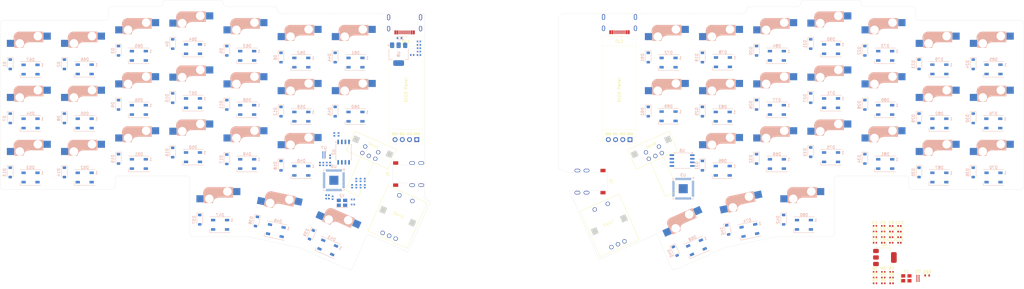
<source format=kicad_pcb>
(kicad_pcb (version 20240108) (generator "pcbnew") (generator_version "8.0")
  (title_block (title "travyboard"))
  (layers (0 "F.Cu" signal) (31 "B.Cu" signal) (34 "B.Paste" user) (35 "F.Paste" user) (36 "B.SilkS" user "B.Silkscreen") (37 "F.SilkS" user "F.Silkscreen") (38 "B.Mask" user) (39 "F.Mask" user) (44 "Edge.Cuts" user))
  (net 0 "")
  (net 1 "/Left Half/5v")
  (net 2 "Net-(D1-K)")
  (net 3 "/Left Half/COL_1")
  (net 4 "/Left Half/COL_2")
  (net 5 "Net-(D2-K)")
  (net 6 "/Left Half/COL_3")
  (net 7 "Net-(D3-K)")
  (net 8 "Net-(D4-K)")
  (net 9 "/Left Half/COL_4")
  (net 10 "Net-(D5-K)")
  (net 11 "/Left Half/COL_5")
  (net 12 "Net-(D6-K)")
  (net 13 "/Left Half/COL_6")
  (net 14 "Net-(D7-K)")
  (net 15 "Net-(D8-K)")
  (net 16 "Net-(D9-K)")
  (net 17 "Net-(D10-K)")
  (net 18 "Net-(D11-K)")
  (net 19 "Net-(D12-K)")
  (net 20 "Net-(D13-K)")
  (net 21 "Net-(D14-K)")
  (net 22 "Net-(D15-K)")
  (net 23 "Net-(D16-K)")
  (net 24 "Net-(D17-K)")
  (net 25 "Net-(D18-K)")
  (net 26 "Net-(D37-K)")
  (net 27 "Net-(D38-K)")
  (net 28 "Net-(D39-K)")
  (net 29 "/Right Half/COL_1")
  (net 30 "Net-(D19-K)")
  (net 31 "/Right Half/COL_2")
  (net 32 "Net-(D20-K)")
  (net 33 "Net-(D21-K)")
  (net 34 "/Right Half/COL_3")
  (net 35 "Net-(D22-K)")
  (net 36 "/Right Half/COL_4")
  (net 37 "Net-(D23-K)")
  (net 38 "/Right Half/COL_5")
  (net 39 "/Right Half/COL_6")
  (net 40 "Net-(D24-K)")
  (net 41 "Net-(D25-K)")
  (net 42 "Net-(D26-K)")
  (net 43 "Net-(D27-K)")
  (net 44 "Net-(D28-K)")
  (net 45 "Net-(D29-K)")
  (net 46 "Net-(D30-K)")
  (net 47 "Net-(D31-K)")
  (net 48 "Net-(D32-K)")
  (net 49 "Net-(D33-K)")
  (net 50 "Net-(D34-K)")
  (net 51 "Net-(D35-K)")
  (net 52 "Net-(D36-K)")
  (net 53 "Net-(D42-K)")
  (net 54 "Net-(D41-K)")
  (net 55 "Net-(D40-K)")
  (net 56 "/Left Half/ROW_0")
  (net 57 "/Left Half/ROW_2")
  (net 58 "/Left Half/ROW_1")
  (net 59 "/Left Half/ROW_3")
  (net 60 "+1V1")
  (net 61 "GND")
  (net 62 "+3V3")
  (net 63 "+5V")
  (net 64 "Net-(U3-XIN)")
  (net 65 "/Right Half/ROW_1")
  (net 66 "/Right Half/UART0_RX")
  (net 67 "/Right Half/ROW_0")
  (net 68 "/Right Half/ROW_2")
  (net 69 "Net-(C16-Pad2)")
  (net 70 "/Right Half/ROW_3")
  (net 71 "VBUS")
  (net 72 "Net-(J3-CC1)")
  (net 73 "Net-(J3-CC2)")
  (net 74 "/Right Half/Right Pico/USB_VBUS_PIN")
  (net 75 "Net-(U3-XOUT)")
  (net 76 "/Right Half/Right Pico/D+")
  (net 77 "/Left Half/COL_0")
  (net 78 "Net-(D44-K)")
  (net 79 "Net-(D45-K)")
  (net 80 "/Left Half/LED_GPIO")
  (net 81 "Net-(D43-DOUT)")
  (net 82 "Net-(D47-DOUT)")
  (net 83 "Net-(D48-DOUT)")
  (net 84 "Net-(D49-DOUT)")
  (net 85 "Net-(D51-DOUT)")
  (net 86 "Net-(D52-DOUT)")
  (net 87 "Net-(D53-DOUT)")
  (net 88 "Net-(D55-DOUT)")
  (net 89 "Net-(D56-DOUT)")
  (net 90 "Net-(D57-DOUT)")
  (net 91 "Net-(D59-DOUT)")
  (net 92 "Net-(D60-DOUT)")
  (net 93 "Net-(D61-DOUT)")
  (net 94 "Net-(D63-DOUT)")
  (net 95 "Net-(D46-DOUT)")
  (net 96 "Net-(D50-DOUT)")
  (net 97 "Net-(D54-DOUT)")
  (net 98 "Net-(D58-DOUT)")
  (net 99 "Net-(D62-DOUT)")
  (net 100 "Net-(D64-DOUT)")
  (net 101 "Net-(D65-DOUT)")
  (net 102 "Net-(D66-DOUT)")
  (net 104 "/Left Half/ENCODER2_SW")
  (net 105 "/Left Half/ENCODER2_DT")
  (net 106 "/Left Half/ENCODER2_CLK")
  (net 107 "/Left Half/3.3v")
  (net 108 "/Left Half/ENCODER1_SW")
  (net 109 "/Left Half/ENCODER1_DT")
  (net 110 "/Left Half/ENCODER1_CLK")
  (net 111 "/Right Half/5v")
  (net 112 "Net-(D68-DOUT)")
  (net 113 "/Right Half/GND")
  (net 114 "/Right Half/LED_GPIO")
  (net 115 "Net-(D69-DIN)")
  (net 116 "Net-(D69-DOUT)")
  (net 117 "Net-(D70-DOUT)")
  (net 118 "Net-(D70-DIN)")
  (net 119 "Net-(D71-DIN)")
  (net 120 "Net-(D71-DOUT)")
  (net 121 "Net-(D72-DIN)")
  (net 122 "Net-(D72-DOUT)")
  (net 123 "Net-(D73-DIN)")
  (net 124 "Net-(D73-DOUT)")
  (net 125 "Net-(D74-DOUT)")
  (net 126 "Net-(D75-DOUT)")
  (net 127 "Net-(D76-DOUT)")
  (net 128 "Net-(D77-DOUT)")
  (net 129 "Net-(D78-DOUT)")
  (net 130 "Net-(D79-DOUT)")
  (net 131 "Net-(D80-DOUT)")
  (net 132 "Net-(D81-DOUT)")
  (net 133 "Net-(D82-DOUT)")
  (net 134 "Net-(D83-DOUT)")
  (net 135 "Net-(D84-DOUT)")
  (net 137 "/Right Half/ENCODER2_DT")
  (net 138 "/Right Half/ENCODER2_CLK")
  (net 139 "/Right Half/ENCODER1_SW")
  (net 140 "/Right Half/ENCODER1_CLK")
  (net 141 "/Right Half/ENCODER1_DT")
  (net 142 "/Right Half/3.3v")
  (net 143 "/Right Half/ENCODER2_SW")
  (net 144 "Net-(D91-K)")
  (net 145 "Net-(D92-K)")
  (net 151 "/Right Half/COL_0")
  (net 152 "Net-(U3-USB_DP)")
  (net 153 "Net-(U3-USB_DM)")
  (net 154 "/Right Half/Right Pico/D-")
  (net 155 "/Right Half/Right Pico/QSPI_SS")
  (net 156 "Net-(R9-Pad2)")
  (net 158 "/Right Half/Right Pico/QSPI_SD2")
  (net 162 "/Right Half/Right Pico/QSPI_SD3")
  (net 169 "/Right Half/Right Pico/QSPI_SCLK")
  (net 174 "Net-(U3-RUN)")
  (net 177 "/Right Half/Right Pico/QSPI_SD0")
  (net 186 "/Right Half/Right Pico/QSPI_SD1")
  (net 195 "Net-(U9-XIN)")
  (net 196 "Net-(C21-Pad2)")
  (net 197 "Net-(R10-Pad2)")
  (net 198 "/Left Half/Left Pico/QSPI_SS")
  (net 199 "Net-(J4-CC1)")
  (net 200 "Net-(J4-CC2)")
  (net 201 "/Left Half/Left Pico/USB_VBUS_PIN")
  (net 202 "Net-(U9-XOUT)")
  (net 203 "/Left Half/Left Pico/D+")
  (net 204 "Net-(U9-USB_DP)")
  (net 205 "/Left Half/Left Pico/D-")
  (net 206 "Net-(U9-USB_DM)")
  (net 207 "/Left Half/Left Pico/QSPI_SD1")
  (net 208 "/Left Half/Left Pico/QSPI_SD3")
  (net 209 "/Left Half/Left Pico/QSPI_SD2")
  (net 210 "/Left Half/Left Pico/QSPI_SD0")
  (net 211 "/Left Half/Left Pico/QSPI_SCLK")
  (net 212 "Net-(U9-RUN)")
  (net 226 "/Left Half/TX")
  (net 232 "/Left Half/I2C_SCL")
  (net 233 "/Left Half/I2C_SDA")
  (footprint "Capacitor_SMD:C_0402_1005Metric" (layer "F.Cu") (at 327.290601 106.947287)
    (property "Reference" "C8")
    (property "Value" "100n")
  )
  (footprint "oled:SSD1306-0.91-OLED-4pin-128x32" (layer "F.Cu") (at 165.428884 34.097857 -90)
    (property "Reference" "OL1")
    (property "Value" "OLED")
  )
  (footprint "kbd:CherryMX_Hotswap" (layer "F.Cu") (at 347.093653 58.273172)
    (property "Reference" "SW32" (hide yes))
    (property "Value" ";" (hide yes))
  )
  (footprint "kbd:CherryMX_Hotswap" (layer "F.Cu") (at 270.893589 55.892172)
    (property "Reference" "SW28" (hide yes))
    (property "Value" "H" (hide yes))
  )
  (footprint "Resistor_SMD:R_0402_1005Metric" (layer "F.Cu") (at 324.440601 117.247287)
    (property "Reference" "R1")
    (property "Value" "5.1k")
  )
  (footprint "Capacitor_SMD:C_0402_1005Metric" (layer "F.Cu") (at 330.160601 101.037287)
    (property "Reference" "C9")
    (property "Value" "100n")
  )
  (footprint "encoders:PEC12R-4220F-20024" (layer "F.Cu") (at 156.567319 97.631332 -23.879)
    (property "Reference" "SW43")
    (property "Value" "Vertical Encoder")
    (fp_poly (pts (xy -6.599999 -1.099999) (xy -4.6 -1.1) (xy -4.6 1.1) (xy -6.6 1.100001)) (stroke (width 0.1)) (fill solid) (layer "Edge.Cuts"))
    (fp_poly (pts (xy 6.6 -1.100001) (xy 4.6 -1.1) (xy 4.6 1.1) (xy 6.599999 1.099999)) (stroke (width 0.1)) (fill solid) (layer "Edge.Cuts"))
  )
  (footprint "kbd:CherryMX_Hotswap" (layer "F.Cu") (at 103.610617 72.560684)
    (property "Reference" "SW17" (hide yes))
    (property "Value" "V" (hide yes))
  )
  (footprint "audio-jacks:PJ-399B-6A" (layer "F.Cu") (at 167.620449 82.748507 -90)
    (property "Reference" "J1")
    (property "Value" "AudioJack3")
  )
  (footprint "kbd:CherryMX_Hotswap" (layer "F.Cu") (at 347.093653 39.223156)
    (property "Reference" "SW26" (hide yes))
    (property "Value" "P" (hide yes))
  )
  (footprint "Crystal:Crystal_SMD_3225-4Pin_3.2x2.5mm" (layer "F.Cu") (at 335.460601 119.467287)
    (property "Reference" "Y1")
    (property "Value" "Crystal_GND24")
  )
  (footprint "Resistor_SMD:R_0402_1005Metric" (layer "F.Cu") (at 327.350601 117.247287)
    (property "Reference" "R4")
    (property "Value" "10k")
  )
  (footprint "Capacitor_SMD:C_0402_1005Metric" (layer "F.Cu") (at 324.420601 103.007287)
    (property "Reference" "C2")
    (property "Value" "1u")
  )
  (footprint "audio-jacks:PJ-399B-6A" (layer "F.Cu") (at 216.951749 85.39695 90)
    (property "Reference" "J2")
    (property "Value" "AudioJack3")
  )
  (footprint "kbd:CherryMX_Hotswap" (layer "F.Cu") (at 114.870535 96.187916 -11.939)
    (property "Reference" "SW20" (hide yes))
    (property "Value" "MOD" (hide yes))
  )
  (footprint "kbd:CherryMX_Hotswap" (layer "F.Cu") (at 299.468637 93.992188)
    (property "Reference" "SW40" (hide yes))
    (property "Value" "META" (hide yes))
  )
  (footprint "Capacitor_SMD:C_0402_1005Metric" (layer "F.Cu") (at 330.160601 104.977287)
    (property "Reference" "C11")
    (property "Value" "100n")
  )
  (footprint "Resistor_SMD:R_0402_1005Metric" (layer "F.Cu") (at 330.260601 121.227287)
    (property "Reference" "R9")
    (property "Value" "1k")
  )
  (footprint "kbd:CherryMX_Hotswap" (layer "F.Cu") (at 27.410585 39.223156)
    (property "Reference" "SW1" (hide yes))
    (property "Value" "TAB" (hide yes))
  )
  (footprint "Capacitor_SMD:C_0402_1005Metric" (layer "F.Cu") (at 333.030601 106.947287)
    (property "Reference" "C16")
    (property "Value" "27p")
  )
  (footprint "kbd:CherryMX_Hotswap" (layer "F.Cu") (at 347.093653 77.323188)
    (property "Reference" "SW38" (hide yes))
    (property "Value" "/" (hide yes))
  )
  (footprint "Capacitor_SMD:C_0402_1005Metric" (layer "F.Cu") (at 327.290601 101.037287)
    (property "Reference" "C5")
    (property "Value" "100n")
  )
  (footprint "Capacitor_SMD:C_0402_1005Metric" (layer "F.Cu") (at 324.420601 104.977287)
    (property "Reference" "C3")
    (property "Value" "100n")
  )
  (footprint "kbd:CherryMX_Hotswap" (layer "F.Cu") (at 46.460601 39.223156)
    (property "Reference" "SW2" (hide yes))
    (property "Value" "Q" (hide yes))
  )
  (footprint "Capacitor_SMD:C_0402_1005Metric" (layer "F.Cu") (at 333.030601 104.977287)
    (property "Reference" "C15")
    (property "Value" "27p")
  )
  (footprint "kbd:CherryMX_Hotswap" (layer "F.Cu") (at 289.943621 53.510172)
    (property "Reference" "SW29" (hide yes))
    (property "Value" "J" (hide yes))
  )
  (footprint "Package_SON:USON-10_2.5x1.0mm_P0.5mm" (layer "F.Cu") (at 339.545601 119.492287)
    (property "Reference" "U5")
    (property "Value" "TPD4E05U06DQA")
  )
  (footprint "kbd:CherryMX_Hotswap" (layer "F.Cu") (at 308.993621 51.129172)
    (property "Reference" "SW30" (hide yes))
    (property "Value" "K" (hide yes))
  )
  (footprint "oled:SSD1306-0.91-OLED-4pin-128x32" (layer "F.Cu") (at 240.438322 34.097857 -90)
    (property "Reference" "OL2")
    (property "Value" "OLED")
  )
  (footprint "kbd:CherryMX_Hotswap" (layer "F.Cu") (at 27.410585 77.323188)
    (property "Reference" "SW13" (hide yes))
    (property "Value" "CTRL" (hide yes))
  )
  (footprint "Resistor_SMD:R_0402_1005Metric" (layer "F.Cu") (at 330.260601 117.247287)
    (property "Reference" "R7")
    (property "Value" "27")
  )
  (footprint "kbd:CherryMX_Hotswap" (layer "F.Cu") (at 366.143669 77.323188)
    (property "Reference" "SW39" (hide yes))
    (property "Value" "SHIFT" (hide yes))
  )
  (footprint "kbd:CherryMX_Hotswap" (layer "F.Cu") (at 258.802851 102.636736 23.88)
    (property "Reference" "SW42" (hide yes))
    (property "Value" "SPACE" (hide yes))
  )
  (footprint "kbd:CherryMX_Hotswap" (layer "F.Cu") (at 65.510617 72.560684)
    (property "Reference" "SW15" (hide yes))
    (property "Value" "X" (hide yes))
  )
  (footprint "kbd:CherryMX_Hotswap" (layer "F.Cu") (at 141.710617 55.891668)
    (property "Reference" "SW46" (hide yes))
    (property "Value" "EX2" (hide yes))
  )
  (footprint "kbd:CherryMX_Hotswap" (layer "F.Cu") (at 328.043637 72.560188)
    (property "Reference" "SW37" (hide yes))
    (property "Value" "." (hide yes))
  )
  (footprint "kbd:CherryMX_Hotswap" (layer "F.Cu") (at 94.085641 93.991952)
    (property "Reference" "SW19" (hide yes))
    (property "Value" "META" (hide yes))
  )
  (footprint "kbd:CherryMX_Hotswap" (layer "F.Cu") (at 84.560601 32.079156)
    (property "Reference" "SW4" (hide yes))
    (property "Value" "E" (hide yes))
  )
  (footprint "Diode_SMD:D_SOD-523" (layer "F.Cu") (at 342.795601 118.467287)
    (property "Reference" "D93")
    (property "Value" "D")
  )
  (footprint "Capacitor_SMD:C_0402_1005Metric" (layer "F.Cu") (at 333.030601 101.037287)
    (property "Reference" "C13")
    (property "Value" "10u")
  )
  (footprint "kbd:CherryMX_Hotswap" (layer "F.Cu") (at 328.043637 53.510172)
    (property "Reference" "SW31" (hide yes))
    (property "Value" "L" (hide yes))
  )
  (footprint "usbc:TYPE-C-31-M-13C" (layer "F.Cu") (at 234.553322 27.400024 180)
    (property "Reference" "J3")
    (property "Value" "USB_C_Receptacle_USB2.0_16P")
  )
  (footprint "usbc:TYPE-C-31-M-13C" (layer "F.Cu") (at 158.948571 27.477415 180)
    (property "Reference" "J4")
    (property "Value" "USB_C_Receptacle_USB2.0_16P")
  )
  (footprint "kbd:CherryMX_Hotswap" (layer "F.Cu") (at 122.660601 36.841156)
    (property "Reference" "SW6" (hide yes))
    (property "Value" "T" (hide yes))
  )
  (footprint "kbd:CherryMX_Hotswap" (layer "F.Cu") (at 103.610601 34.460156)
    (property "Reference" "SW5" (hide yes))
    (property "Value" "R" (hide yes))
  )
  (footprint "kbd:CherryMX_Hotswap" (layer "F.Cu") (at 65.510617 53.510668)
    (property "Reference" "SW9" (hide yes))
    (property "Value" "S" (hide yes))
  )
  (footprint "Resistor_SMD:R_0402_1005Metric" (layer "F.Cu") (at 327.350601 121.227287)
    (property "Reference" "R6")
    (property "Value" "27")
  )
  (footprint "kbd:CherryMX_Hotswap" (layer "F.Cu") (at 84.560617 70.179684)
    (property "Reference" "SW16" (hide yes))
    (property "Value" "C" (hide yes))
  )
  (footprint "kbd:CherryMX_Hotswap" (layer "F.Cu") (at 289.943605 72.560188)
    (property "Reference" "SW35" (hide yes))
    (property "Value" "M" (hide yes))
  )
  (footprint "kbd:CherryMX_Hotswap" (layer "F.Cu") (at 27.410585 58.273172)
    (property "Reference" "SW7" (hide yes))
    (property "Value" "SHIFT" (hide yes))
  )
  (footprint "Capacitor_SMD:C_0402_1005Metric" (layer "F.Cu") (at 324.420601 101.037287)
    (property "Reference" "C1")
    (property "Value" "100n")
  )
  (footprint "kbd:CherryMX_Hotswap" (layer "F.Cu") (at 122.660617 55.891668)
    (property "Reference" "SW12" (hide yes))
    (property "Value" "G" (hide yes))
  )
  (footprint "kbd:CherryMX_Hotswap" (layer "F.Cu") (at 270.893589 74.942188)
    (property "Reference" "SW34" (hide yes))
    (property "Value" "N" (hide yes))
  )
  (footprint "kbd:CherryMX_Hotswap" (layer "F.Cu") (at 328.043637 34.460156)
    (property "Reference" "SW25" (hide yes))
    (property "Value" "O" (hide yes))
  )
  (footprint "kbd:CherryMX_Hotswap" (layer "F.Cu") (at 278.683743 96.188152 11.94)
    (property "Reference" "SW41" (hide yes))
    (property "Value" "MOD" (hide yes))
  )
  (footprint "Package_TO_SOT_SMD:SOT-223-3_TabPin2" (layer "F.Cu") (at 327.910601 112.132287)
    (property "Reference" "U4")
    (property "Value" "NCP1117-1.5_SOT223")
  )
  (footprint "Resistor_SMD:R_0402_1005Metric" (layer "F.Cu") (at 330.260601 119.237287)
    (property "Reference" "R8")
    (property "Value" "10k")
  )
  (footprint "kbd:CherryMX_Hotswap" (layer "F.Cu") (at 251.843589 36.842156)
    (property "Reference" "SW49" (hide yes))
    (property "Value" "EX3" (hide yes))
  )
  (footprint "Resistor_SMD:R_0402_1005Metric" (layer "F.Cu") (at 324.440601 119.237287)
    (property "Reference" "R2")
    (property "Value" "5.1k")
  )
  (footprint "Capacitor_SMD:C_0402_1005Metric" (layer "F.Cu") (at 324.420601 106.947287)
    (property "Reference" "C4")
    (property "Value" "1u")
  )
  (footprint "Resistor_SMD:R_0402_1005Metric" (layer "F.Cu") (at 324.440601 121.227287)
    (property "Reference" "R3")
    (property "Value" "5.6k")
  )
  (footprint "Capacitor_SMD:C_0402_1005Metric" (layer "F.Cu") (at 330.160601 106.947287)
    (property "Reference" "C12")
    (property "Value" "10u")
  )
  (footprint "kbd:CherryMX_Hotswap" (layer "F.Cu") (at 366.143669 58.273172)
    (property "Reference" "SW33" (hide yes))
    (property "Value" "ENTER" (hide yes))
  )
  (footprint "kbd:CherryMX_Hotswap" (layer "F.Cu") (at 134.732252 102.606522 -23.879)
    (property "Reference" "SW21" (hide yes))
    (property "Value" "SPACE" (hide yes))
  )
  (footprint "kbd:CherryMX_Hotswap" (layer "F.Cu") (at 251.843589 55.892172)
    (property "Reference" "SW50" (hide yes))
    (property "Value" "EX4" (hide yes))
  )
  (footprint "kbd:CherryMX_Hotswap" (layer "F.Cu") (at 46.460601 77.323188)
    (property "Reference" "SW14" (hide yes))
    (property "Value" "Z" (hide yes))
  )
  (footprint "Capacitor_SMD:C_0402_1005Metric" (layer "F.Cu") (at 330.160601 103.007287)
    (property "Reference" "C10")
    (property "Value" "100n")
  )
  (footprint "kbd:CherryMX_Hotswap" (layer "F.Cu") (at 308.993621 32.079156)
    (property "Reference" "SW24" (hide yes))
    (property "Value" "I" (hide yes))
  )
  (footprint "kbd:CherryMX_Hotswap" (layer "F.Cu") (at 103.610617 53.510668)
    (property "Reference" "SW11" (hide yes))
    (property "Value" "F" (hide yes))
  )
  (footprint "kbd:CherryMX_Hotswap" (layer "F.Cu") (at 122.660617 74.941684)
    (property "Reference" "SW18" (hide yes))
    (property "Value" "B" (hide yes))
  )
  (footprint "kbd:CherryMX_Hotswap" (layer "F.Cu") (at 289.943605 34.460156)
    (property "Reference" "SW23" (hide yes))
    (property "Value" "U" (hide yes))
  )
  (footprint "Capacitor_SMD:C_0402_1005Metric" (layer "F.Cu") (at 327.290601 104.977287)
    (property "Reference" "C7")
    (property "Value" "100n")
  )
  (footprint "kbd:CherryMX_Hotswap" (layer "F.Cu") (at 84.560617 51.129668)
    (property "Reference" "SW10" (hide yes))
    (property "Value" "D" (hide yes))
  )
  (footprint "Resistor_SMD:R_0402_1005Metric" (layer "F.Cu") (at 327.350601 119.237287)
    (property "Reference" "R5")
    (property "Value" "1k")
  )
  (footprint "Capacitor_SMD:C_0402_1005Metric" (layer "F.Cu") (at 333.030601 103.007287)
    (property "Reference" "C14")
    (property "Value" "1u")
  )
  (footprint "kbd:CherryMX_Hotswap" (layer "F.Cu") (at 141.710601 36.841156)
    (property "Reference" "SW45" (hide yes))
    (property "Value" "EX1" (hide yes))
  )
  (footprint "Capacitor_SMD:C_0402_1005Metric" (layer "F.Cu") (at 327.290601 103.007287)
    (property "Reference" "C6")
    (property "Value" "100n")
  )
  (footprint "kbd:CherryMX_Hotswap" (layer "F.Cu") (at 65.510601 34.460156)
    (property "Reference" "SW3" (hide yes))
    (property "Value" "W" (hide yes))
  )
  (footprint "encoders:PEC12R-2120F-S0012" (layer "F.Cu") (at 147.793088 73.133479 -23.879)
    (property "Reference" "SW44")
    (property "Value" "Horizontal Encoder")
    (fp_poly (pts (xy -7.51 -1.05) (xy -5.4 -1.05) (xy -5.4 1.050001) (xy -7.51 1.05)) (stroke (width 0.05)) (fill solid) (layer "Edge.Cuts"))
    (fp_poly (pts (xy 5.4 1.05) (xy 7.51 1.05) (xy 7.51 -1.05) (xy 5.4 -1.050001)) (stroke (width 0.05)) (fill solid) (layer "Edge.Cuts"))
  )
  (footprint "kbd:CherryMX_Hotswap" (layer "F.Cu") (at 308.993621 70.179188)
    (property "Reference" "SW36" (hide yes))
    (property "Value" "," (hide yes))
  )
  (footprint "encoders:PEC12R-4220F-20024" (layer "F.Cu") (at 230.981444 100.607897 23.88)
    (property "Reference" "SW47")
    (property "Value" "Vertical Encoder")
    (fp_poly (pts (xy -6.599998 -1.099999) (xy -4.6 -1.1) (xy -4.6 1.1) (xy -6.6 1.100001)) (stroke (width 0.1)) (fill solid) (layer "Edge.Cuts"))
    (fp_poly (pts (xy 6.6 -1.100001) (xy 4.6 -1.1) (xy 4.6 1.1) (xy 6.599998 1.099999)) (stroke (width 0.1)) (fill solid) (layer "Edge.Cuts"))
  )
  (footprint "kbd:CherryMX_Hotswap" (layer "F.Cu") (at 270.893589 36.842156)
    (property "Reference" "SW22" (hide yes))
    (property "Value" "Y" (hide yes))
  )
  (footprint "kbd:CherryMX_Hotswap" (layer "F.Cu") (at 46.460601 58.273172)
    (property "Reference" "SW8" (hide yes))
    (property "Value" "A" (hide yes))
  )
  (footprint "encoders:PEC12R-2120F-S0012" (layer "F.Cu") (at 245.74362 73.1628 23.88)
    (property "Reference" "SW48")
    (property "Value" "Horizontal Encoder")
    (fp_poly (pts (xy -7.509999 -1.05) (xy -5.4 -1.05) (xy -5.4 1.050001) (xy -7.51 1.050001)) (stroke (width 0.05)) (fill solid) (layer "Edge.Cuts"))
    (fp_poly (pts (xy 5.4 1.05) (xy 7.509999 1.05) (xy 7.51 -1.050001) (xy 5.4 -1.050001)) (stroke (width 0.05)) (fill solid) (layer "Edge.Cuts"))
  )
  (footprint "kbd:CherryMX_Hotswap" (layer "F.Cu") (at 366.143669 39.223156)
    (property "Reference" "SW27" (hide yes))
    (property "Value" "BS" (hide yes))
  )
  (footprint "Diode_SMD:D_SOD-123" (layer "B.Cu") (at 282.773675 58.340674 -90)
    (property "Reference" "D26")
    (property "Value" "1N4148W")
  )
  (footprint "Diode_SMD:D_SOD-123" (layer "B.Cu") (at 272.614193 102.391256 -78.06)
    (property "Reference" "D41")
    (property "Value" "1N4148W")
  )
  (footprint "LED_SMD:LED_WS2812B_PLCC4_5.0x5.0mm_P3.2mm" (layer "B.Cu") (at 289.917431 41.076597 180)
    (property "Reference" "D84")
    (property "Value" "WS2812B")
  )
  (footprint "Diode_SMD:D_SOD-123" (layer "B.Cu") (at 77.39069 55.959423 -90)
    (property "Reference" "D10")
    (property "Value" "1N4148W")
  )
  (footprint "Package_SO:SOIC-8_5.23x5.23mm_P1.27mm" (layer "B.Cu") (at 256.579903 77.986003 180)
    (property "Reference" "U6")
    (property "Value" "W25Q128JVS")
  )
  (footprint "LED_SMD:LED_WS2812B_PLCC4_5.0x5.0mm_P3.2mm" (layer "B.Cu") (at 366.117495 45.839101 180)
    (property "Reference" "D85")
    (property "Value" "WS2812B")
  )
  (footprint "Diode_SMD:D_SOD-123" (layer "B.Cu") (at 126.180968 104.13079 -113.88)
    (property "Reference" "D39")
    (property "Value" "1N4148W")
  )
  (footprint "Diode_SMD:D_SOD-123" (layer "B.Cu") (at 301.823691 75.009438 -90)
    (property "Reference" "D33")
    (property "Value" "1N4148W")
  )
  (footprint "LED_SMD:LED_WS2812B_PLCC4_5.0x5.0mm_P3.2mm" (layer "B.Cu") (at 366.048747 64.889117 180)
    (property "Reference" "D76")
    (property "Value" "WS2812B")
  )
  (footprint "Diode_SMD:D_SOD-123" (layer "B.Cu") (at 301.823691 55.959422 -90)
    (property "Reference" "D27")
    (property "Value" "1N4148W")
  )
  (footprint "Resistor_SMD:R_0402_1005Metric" (layer "B.Cu") (at 134.242856 68.758536 90)
    (property "Reference" "R11" (hide yes))
    (property "Value" "10k")
  )
  (footprint "Capacitor_SMD:C_0402_1005Metric" (layer "B.Cu") (at 141.981912 84.83196 90)
    (property "Reference" "C30" (hide yes))
    (property "Value" "100n")
  )
  (footprint "Capacitor_SMD:C_0402_1005Metric" (layer "B.Cu") (at 164.008456 39.588248)
    (property "Reference" "C19" (hide yes))
    (property "Value" "10u")
  )
  (footprint "LED_SMD:LED_WS2812B_PLCC4_5.0x5.0mm_P3.2mm" (layer "B.Cu") (at 46.434414 64.889118 180)
    (property "Reference" "D55")
    (property "Value" "WS2812B")
  )
  (footprint "Diode_SMD:D_SOD-123" (layer "B.Cu") (at 86.915698 98.821959 -90)
    (property "Reference" "D37")
    (property "Value" "1N4148W")
  )
  (footprint "Resistor_SMD:R_0402_1005Metric" (layer "B.Cu") (at 164.008456 37.207)
    (property "Reference" "R13" (hide yes))
    (property "Value" "5.1k")
  )
  (footprint "Diode_SMD:D_SOD-123" (layer "B.Cu") (at 39.290658 44.053163 -90)
    (property "Reference" "D2")
    (property "Value" "1N4148W")
  )
  (footprint "Resistor_SMD:R_0402_1005Metric" (layer "B.Cu") (at 164.008456 36.016376)
    (property "Reference" "R12" (hide yes))
    (property "Value" "5.1k")
  )
  (footprint "LED_SMD:LED_WS2812B_PLCC4_5.0x5.0mm_P3.2mm" (layer "B.Cu") (at 328.017463 41.076597 180)
    (property "Reference" "D73")
    (property "Value" "WS2812B")
  )
  (footprint "Capacitor_SMD:C_0402_1005Metric" (layer "B.Cu") (at 144.958472 87.031011 -90)
    (property "Reference" "C29" (hide yes))
    (property "Value" "100n")
  )
  (footprint "Diode_SMD:D_SOD-123" (layer "B.Cu") (at 263.723659 79.771942 -90)
    (property "Reference" "D31")
    (property "Value" "1N4148W")
  )
  (footprint "Capacitor_SMD:C_0402_1005Metric" (layer "B.Cu") (at 143.470192 87.031011 -90)
    (property "Reference" "C28" (hide yes))
    (property "Value" "100n")
  )
  (footprint "Diode_SMD:D_SOD-123" (layer "B.Cu") (at 263.723659 41.67191 -90)
    (property "Reference" "D19")
    (property "Value" "1N4148W")
  )
  (footprint "LED_SMD:LED_WS2812B_PLCC4_5.0x5.0mm_P3.2mm" (layer "B.Cu") (at 122.634478 81.557882 180)
    (property "Reference" "D48")
    (property "Value" "WS2812B")
  )
  (footprint "Capacitor_SMD:C_0402_1005Metric" (layer "B.Cu") (at 140.791288 91.678202 180)
    (property "Reference" "C21" (hide yes))
    (property "Value" "27p")
  )
  (footprint "LED_SMD:LED_WS2812B_PLCC4_5.0x5.0mm_P3.2mm" (layer "B.Cu") (at 328.017463 60.126613 180)
    (property "Reference" "D88")
    (property "Value" "WS2812B")
  )
  (footprint "Diode_SMD:D_SOD-123" (layer "B.Cu") (at 20.240642 44.053163 -90)
    (property "Reference" "D1")
    (property "Value" "1N4148W")
  )
  (footprint "Capacitor_SMD:C_0402_1005Metric" (layer "B.Cu") (at 140.493868 87.031011 -90)
    (property "Reference" "C26" (hide yes))
    (property "Value" "100n")
  )
  (footprint "Capacitor_SMD:C_0402_1005Metric" (layer "B.Cu") (at 132.754576 76.612904 -90)
    (property "Reference" "C17" (hide yes))
    (property "Value" "1u")
  )
  (footprint "LED_SMD:LED_WS2812B_PLCC4_5.0x5.0mm_P3.2mm" (layer "B.Cu") (at 65.48443 79.17663 180)
    (property "Reference" "D51")
    (property "Value" "WS2812B")
  )
  (footprint "Package_DFN_QFN:QFN-56-1EP_7x7mm_P0.4mm_EP3.2x3.2mm" (layer "B.Cu") (at 256.970529 87.901637 180)
    (property "Reference" "U3")
    (property "Value" "RP2040")
  )
  (footprint "Diode_SMD:D_SOD-123" (layer "B.Cu") (at 134.540738 60.721926 -90)
    (property "Reference" "D45")
    (property "Value" "1N4148W")
  )
  (footprint "Capacitor_SMD:C_0402_1005Metric" (layer "B.Cu") (at 143.470192 84.83196 90)
    (property "Reference" "C31" (hide yes))
    (property "Value" "100n")
  )
  (footprint "LED_SMD:LED_WS2812B_PLCC4_5.0x5.0mm_P3.2mm" (layer "B.Cu") (at 308.967447 76.795377 180)
    (property "Reference" "D75")
    (property "Value" "WS2812B")
  )
  (footprint "LED_SMD:LED_WS2812B_PLCC4_5.0x5.0mm_P3.2mm" (layer "B.Cu") (at 27.384398 45.903484 180)
    (property "Reference" "D67")
    (property "Value" "WS2812B")
  )
  (footprint "LED_SMD:LED_WS2812B_PLCC4_5.0x5.0mm_P3.2mm" (layer "B.Cu") (at 299.442439 100.607897 180)
    (property "Reference" "D80")
    (property "Value" "WS2812B")
  )
  (footprint "LED_SMD:LED_WS2812B_PLCC4_5.0x5.0mm_P3.2mm" (layer "B.Cu") (at 289.917431 79.176629 180)
    (property "Reference" "D69")
    (property "Value" "WS2812B")
  )
  (footprint "LED_SMD:LED_WS2812B_PLCC4_5.0x5.0mm_P3.2mm" (layer "B.Cu") (at 141.684494 62.507865 180)
    (property "Reference" "D60")
    (property "Value" "WS2812B")
  )
  (footprint "LED_SMD:LED_WS2812B_PLCC4_5.0x5.0mm_P3.2mm" (layer "B.Cu") (at 131.921521 108.58349 156.12)
    (property "Reference" "D43")
    (property "Value" "WS2812B")
  )
  (footprint "Diode_SMD:D_SOD-123" (layer "B.Cu") (at 339.923723 44.053162 -90)
    (property "Reference" "D23")
    (property "Value" "1N4148W")
  )
  (footprint "LED_SMD:LED_WS2812B_PLCC4_5.0x5.0mm_P3.2mm" (layer "B.Cu") (at 122.634478 43.45785 180)
    (property "Reference" "D62")
    (property "Value" "WS2812B")
  )
  (footprint "Diode_SMD:D_SOD-123" (layer "B.Cu") (at 134.540738 41.671911 -90)
    (property "Reference" "D44")
    (property "Value" "1N4148W")
  )
  (footprint "Diode_SMD:D_SOD-123" (layer "B.Cu") (at 106.854495 99.442139 -101.94)
    (property "Reference" "D38")
    (property "Value" "1N4148W")
  )
  (footprint "Diode_SMD:D_SOD-123" (layer "B.Cu") (at 115.490722 41.671911 -90)
    (property "Reference" "D6")
    (property "Value" "1N4148W")
  )
  (footprint "LED_SMD:LED_WS2812B_PLCC4_5.0x5.0mm_P3.2mm" (layer "B.Cu") (at 328.017463 79.176629 180)
    (property "Reference" "D81")
    (property "Value" "WS2812B")
  )
  (footprint "LED_SMD:LED_WS2812B_PLCC4_5.0x5.0mm_P3.2mm" (layer "B.Cu") (at 27.384398 83.939134 180)
    (property "Reference" "D53")
    (property "Value" "WS2812B")
  )
  (footprint "Resistor_SMD:R_0402_1005Metric" (layer "B.Cu") (at 132.754799 79.176629 90)
    (property "Reference" "R17" (hide yes))
    (property "Value" "27")
  )
  (footprint "Package_SON:USON-10_2.5x1.0mm_P0.5mm" (layer "B.Cu") (at 130.58364 75.997592 180)
    (property "Reference" "U7")
    (property "Value" "TPD4E05U06DQA")
  )
  (footprint "LED_SMD:LED_WS2812B_PLCC4_5.0x5.0mm_P3.2mm" (layer "B.Cu") (at 46.434414 45.839102 180)
    (property "Reference" "D66")
    (property "Value" "WS2812B")
  )
  (footprint "LED_SMD:LED_WS2812B_PLCC4_5.0x5.0mm_P3.2mm" (layer "B.Cu") (at 251.817399 62.371926 180)
    (property "Reference" "D89")
    (property "Value" "WS2812B")
  )
  (footprint "LED_SMD:LED_WS2812B_PLCC4_5.0x5.0mm_P3.2mm" (layer "B.Cu") (at 103.584462 41.076598 180)
    (property "Reference" "D63")
    (property "Value" "WS2812B")
  )
  (footprint "Diode_SMD:D_SOD-123" (layer "B.Cu") (at 58.340674 77.390691 -90)
    (property "Reference" "D15")
    (property "Value" "1N4148W")
  )
  (footprint "Diode_SMD:D_SOD-123" (layer "B.Cu") (at 282.773675 39.290658 -90)
    (property "Reference" "D20")
    (property "Value" "1N4148W")
  )
  (footprint "Package_TO_SOT_SMD:SOT-223-3_TabPin2" (layer "B.Cu") (at 156.864712 40.481216 -90)
    (property "Reference" "U8")
    (property "Value" "NCP1117-1.5_SOT223")
  )
  (footprint "Diode_SMD:D_SOD-123" (layer "B.Cu") (at 77.39069 75.145378 -90)
    (property "Reference" "D16")
    (property "Value" "1N4148W")
  )
  (footprint "Diode_SMD:D_SOD-523" (layer "B.Cu") (at 157.162368 34.825752 180)
    (property "Reference" "D94" (hide yes))
    (property "Value" "D")
  )
  (footprint "Diode_SMD:D_SOD-123" (layer "B.Cu") (at 263.723659 60.721926 -90)
    (property "Reference" "D25")
    (property "Value" "1N4148W")
  )
  (footprint "Diode_SMD:D_SOD-123" (layer "B.Cu") (at 96.440706 39.290659 -90)
    (property "Reference" "D5")
    (property "Value" "1N4148W")
  )
  (footprint "LED_SMD:LED_WS2812B_PLCC4_5.0x5.0mm_P3.2mm" (layer "B.Cu") (at 347.067479 83.939133 180)
    (property "Reference" "D87")
    (property "Value" "WS2812B")
  )
  (footprint "Diode_SMD:D_SOD-123" (layer "B.Cu") (at 58.340674 39.290659 -90)
    (property "Reference" "D3")
    (property "Value" "1N4148W")
  )
  (footprint "Diode_SMD:D_SOD-123" (layer "B.Cu") (at 320.873707 39.290658 -90)
    (property "Reference" "D22")
    (property "Value" "1N4148W")
  )
  (footprint "Diode_SMD:D_SOD-123" (layer "B.Cu") (at 58.340674 58.340675 -90)
    (property "Reference" "D9")
    (property "Value" "1N4148W")
  )
  (footprint "LED_SMD:LED_WS2812B_PLCC4_5.0x5.0mm_P3.2mm" (layer "B.Cu") (at 65.48443 60.126614 180)
    (property "Reference" "D56")
    (property "Value" "WS2812B")
  )
  (footprint "Diode_SMD:D_SOD-123" (layer "B.Cu") (at 358.973739 44.053162 -90)
    (property "Reference" "D24")
    (property "Value" "1N4148W")
  )
  (footprint "Diode_SMD:D_SOD-123" (layer "B.Cu") (at 115.490722 79.771943 -90)
    (property "Reference" "D18")
    (property "Value" "1N4148W")
  )
  (footprint "LED_SMD:LED_WS2812B_PLCC4_5.0x5.0mm_P3.2mm" (layer "B.Cu") (at 308.967447 57.745361 180)
    (property "Reference" "D71")
    (property "Value" "WS2812B")
  )
  (footprint "LED_SMD:LED_WS2812B_PLCC4_5.0x5.0mm_P3.2mm" (layer "B.Cu") (at 261.622104 108.563693 -156.12)
    (property "Reference" "D68")
    (property "Value" "WS2812B")
  )
  (footprint "Diode_SMD:D_SOD-123" (layer "B.Cu") (at 301.823691 36.909406 -90)
    (property "Reference" "D21")
    (property "Value" "1N4148W")
  )
  (footprint "LED_SMD:LED_WS2812B_PLCC4_5.0x5.0mm_P3.2mm" (layer "B.Cu") (at 280.228425 102.58309 -168.06)
    (property "Reference" "D74")
    (property "Value" "WS2812B")
  )
  (footprint "LED_SMD:LED_WS2812B_PLCC4_5.0x5.0mm_P3.2mm" (layer "B.Cu") (at 103.584462 60.126614 180)
    (property "Reference" "D58")
    (property "Value" "WS2812B")
  )
  (footprint "LED_SMD:LED_WS2812B_PLCC4_5.0x5.0mm_P3.2mm" (layer "B.Cu") (at 103.584462 79.17663 180)
    (property "Reference" "D49")
    (property "Value" "WS2812B")
  )
  (footprint "LED_SMD:LED_WS2812B_PLCC4_5.0x5.0mm_P3.2mm" (layer "B.Cu") (at 270.867415 62.507865 180)
    (property "Reference" "D83")
    (property "Value" "WS2812B")
  )
  (footprint "Package_SO:SOIC-8_5.23x5.23mm_P1.27mm" (layer "B.Cu") (at 137.517303 75.009438 -90)
    (property "Reference" "U2")
    (property "Value" "W25Q128JVS")
  )
  (footprint "Diode_SMD:D_SOD-123" (layer "B.Cu") (at 20.240642 82.153195 -90)
    (property "Reference" "D13")
    (property "Value" "1N4148W")
  )
  (footprint "LED_SMD:LED_WS2812B_PLCC4_5.0x5.0mm_P3.2mm" (layer "B.Cu") (at 94.059454 100.607898 180)
    (property "Reference" "D47")
    (property "Value" "WS2812B")
  )
  (footprint "Capacitor_SMD:C_0402_1005Metric" (layer "B.Cu") (at 131.861608 90.189768)
    (property "Reference" "C22" (hide yes))
    (property "Value" "100n")
  )
  (footprint "Diode_SMD:D_SOD-123" (layer "B.Cu") (at 244.673659 41.67191 -90)
    (property "Reference" "D91")
    (property "Value" "1N4148W")
  )
  (footprint "Diode_SMD:D_SOD-123" (layer "B.Cu") (at 292.298683 98.821958 -90)
    (property "Reference" "D42")
    (property "Value" "1N4148W")
  )
  (footprint "Capacitor_SMD:C_0402_1005Metric" (layer "B.Cu") (at 129.182921 79.176629 90)
    (property "Reference" "C25" (hide yes))
    (property "Value" "1u")
  )
  (footprint "LED_SMD:LED_WS2812B_PLCC4_5.0x5.0mm_P3.2mm" (layer "B.Cu") (at 84.534446 57.745362 180)
    (property "Reference" "D57")
    (property "Value" "WS2812B")
  )
  (footprint "LED_SMD:LED_WS2812B_PLCC4_5.0x5.0mm_P3.2mm" (layer "B.Cu") (at 251.817399 43.457849 180)
    (property "Reference" "D72")
    (property "Value" "WS2812B")
  )
  (footprint "Diode_SMD:D_SOD-123" (layer "B.Cu") (at 115.490722 60.721927 -90)
    (property "Reference" "D12")
    (property "Value" "1N4148W")
  )
  (footprint "Diode_SMD:D_SOD-123" (layer "B.Cu") (at 20.240642 63.103179 -90)
    (property "Reference" "D7")
    (property "Value" "1N4148W")
  )
  (footprint "Resistor_SMD:R_0402_1005Metric" (layer "B.Cu") (at 161.627208 40.778872 180)
    (property "Reference" "R14" (hide yes))
    (property "Value" "5.6k")
  )
  (footprint "Package_DFN_QFN:QFN-56-1EP_7x7mm_P0.4mm_EP3.2x3.2mm" (layer "B.Cu") (at 134.079803 84.929759 180)
    (property "Reference" "U9")
    (property "Value" "RP2040")
  )
  (footprint "LED_SMD:LED_WS2812B_PLCC4_5.0x5.0mm_P3.2mm" (layer "B.Cu") (at 46.434414 83.939134 180)
    (property "Reference" "D52")
    (property "Value" "WS2812B")
  )
  (footprint "LED_SMD:LED_WS2812B_PLCC4_5.0x5.0mm_P3.2mm" (layer "B.Cu") (at 308.967447 38.695345 180)
    (property "Reference" "D90")
    (property "Value" "WS2812B")
  )
  (footprint "Diode_SMD:D_SOD-123" (layer "B.Cu") (at 320.873707 77.39069 -90)
    (property "Reference" "D34")
    (property "Value" "1N4148W")
  )
  (footprint "Resistor_SMD:R_0402_1005Metric" (layer "B.Cu") (at 135.731136 68.758536 90)
    (property "Reference" "R10" (hide yes))
    (property "Value" "1k")
  )
  (footprint "Diode_SMD:D_SOD-123" (layer "B.Cu") (at 96.440706 58.340675 -90)
    (property "Reference" "D11")
    (property "Value" "1N4148W")
  )
  (footprint "LED_SMD:LED_WS2812B_PLCC4_5.0x5.0mm_P3.2mm" (layer "B.Cu") (at 113.662661 102.66186 168.06)
    (property "Reference" "D46")
    (property "Value" "WS2812B")
  )
  (footprint "LED_SMD:LED_WS2812B_PLCC4_5.0x5.0mm_P3.2mm" (layer "B.Cu") (at 347.067479 45.839101 180)
    (property "Reference" "D79")
    (property "Value" "WS2812B")
  )
  (footprint "Resistor_SMD:R_0402_1005Metric" (layer "B.Cu") (at 131.564173 79.176629 90)
    (property "Reference" "R18" (hide yes))
    (property "Value" "27")
  )
  (footprint "Capacitor_SMD:C_0402_1005Metric" (layer "B.Cu") (at 164.008456 38.397624)
    (property "Reference" "C18" (hide yes))
    (property "Value" "10u")
  )
  (footprint "LED_SMD:LED_WS2812B_PLCC4_5.0x5.0mm_P3.2mm" (layer "B.Cu") (at 289.917431 60.126613 180)
    (property "Reference" "D77")
    (property "Value" "WS2812B")
  )
  (footprint "LED_SMD:LED_WS2812B_PLCC4_5.0x5.0mm_P3.2mm" (layer "B.Cu") (at 84.534446 76.795378 180)
    (property "Reference" "D50")
    (property "Value" "WS2812B")
  )
  (footprint "LED_SMD:LED_WS2812B_PLCC4_5.0x5.0mm_P3.2mm" (layer "B.Cu") (at 65.48443 41.076598 180)
    (property "Reference" "D65")
    (property "Value" "WS2812B")
  )
  (footprint "LED_SMD:LED_WS2812B_PLCC4_5.0x5.0mm_P3.2mm" (layer "B.Cu") (at 122.634478 62.507866 180)
    (property "Reference" "D59")
    (property "Value" "WS2812B")
  )
  (footprint "Diode_SMD:D_SOD-123" (layer "B.Cu") (at 282.773675 77.39069 -90)
    (property "Reference" "D32")
    (property "Value" "1N4148W")
  )
  (footprint "Diode_SMD:D_SOD-123" (layer "B.Cu") (at 77.39069 36.909407 -90)
    (property "Reference" "D4")
    (property "Value" "1N4148W")
  )
  (footprint "Capacitor_SMD:C_0402_1005Metric" (layer "B.Cu") (at 131.861608 91.380392)
    (property "Reference" "C23" (hide yes))
    (property "Value" "100n")
  )
  (footprint "Diode_SMD:D_SOD-123" (layer "B.Cu") (at 254.159161 109.897261 -66.12)
    (property "Reference" "D40")
    (property "Value" "1N4148W")
  )
  (footprint "Diode_SMD:D_SOD-123" (layer "B.Cu") (at 339.923723 63.103178 -90)
    (property "Reference" "D29")
    (property "Value" "1N4148W")
  )
  (footprint "LED_SMD:LED_WS2812B_PLCC4_5.0x5.0mm_P3.2mm" (layer "B.Cu") (at 84.534446 38.695346 180)
    (property "Reference" "D64")
    (property "Value" "WS2812B")
  )
  (footprint "Capacitor_SMD:C_0402_1005Metric" (layer "B.Cu") (at 141.981912 87.031011 -90)
    (property "Reference" "C27" (hide yes))
    (property "Value" "100n")
  )
  (footprint "LED_SMD:LED_WS2812B_PLCC4_5.0x5.0mm_P3.2mm" (layer "B.Cu") (at 141.684494 43.45785 180)
    (property "Reference" "D61")
    (property "Value" "WS2812B")
  )
  (footprint "Diode_SMD:D_SOD-123" (layer "B.Cu") (at 358.973739 63.103178 -90)
    (property "Reference" "D30")
    (property "Value" "1N4148W")
  )
  (footprint "Diode_SMD:D_SOD-123" (layer "B.Cu") (at 39.290658 82.153195 -90)
    (property "Reference" "D14")
    (property "Value" "1N4148W")
  )
  (footprint "LED_SMD:LED_WS2812B_PLCC4_5.0x5.0mm_P3.2mm" (layer "B.Cu") (at 366.117495 83.939133 180)
    (property "Reference" "D70")
    (property "Value" "WS2812B")
  )
  (footprint "Capacitor_SMD:C_0402_1005Metric" (layer "B.Cu") (at 140.791288 93.464141 180)
    (property "Reference" "C20" (hide yes))
    (property "Value" "27p")
  )
  (footprint "Capacitor_SMD:C_0402_1005Metric" (layer "B.Cu") (at 144.958472 84.83196 90)
    (property "Reference" "C32" (hide yes))
    (property "Value" "100n")
  )
  (footprint "LED_SMD:LED_WS2812B_PLCC4_5.0x5.0mm_P3.2mm" (layer "B.Cu") (at 27.384398 64.889118 180)
    (property "Reference" "D54")
    (property "Value" "WS2812B")
  )
  (footprint "Diode_SMD:D_SOD-123" (layer "B.Cu") (at 339.923723 82.153194 -90)
    (property "Reference" "D35")
    (property "Value" "1N4148W")
  )
  (footprint "LED_SMD:LED_WS2812B_PLCC4_5.0x5.0mm_P3.2mm" (layer "B.Cu") (at 270.867415 81.557881 180)
    (property "Reference" "D86")
    (property "Value" "WS2812B")
  )
  (footprint "Resistor_SMD:R_0402_1005Metric" (layer "B.Cu") (at 133.647544 91.082889 -90)
    (property "Reference" "R16" (hide yes))
    (property "Value" "1k")
  )
  (footprint "LED_SMD:LED_WS2812B_PLCC4_5.0x5.0mm_P3.2mm" (layer "B.Cu") (at 347.067479 64.889117 180)
    (property "Reference" "D82")
    (property "Value" "WS2812B")
  )
  (footprint "Diode_SMD:D_SOD-123" (layer "B.Cu") (at 39.290658 63.103179 -90)
    (property "Reference" "D8")
    (property "Value" "1N4148W")
  )
  (footprint "Diode_SMD:D_SOD-123" (layer "B.Cu") (at 358.973739 82.153194 -90)
    (property "Reference" "D36")
    (property "Value" "1N4148W")
  )
  (footprint "Diode_SMD:D_SOD-123" (layer "B.Cu") (at 244.673659 60.721926 -90)
    (property "Reference" "D92")
    (property "Value" "1N4148W")
  )
  (footprint "Resistor_SMD:R_0402_1005Metric" (layer "B.Cu") (at 164.008456 40.778872 180)
    (property "Reference" "R15" (hide yes))
    (property "Value" "10k")
  )
  (footprint "Capacitor_SMD:C_0402_1005Metric" (layer "B.Cu") (at 130.373547 79.176629 90)
    (property "Reference" "C24" (hide yes))
    (property "Value" "1u")
  )
  (footprint "Diode_SMD:D_SOD-123" (layer "B.Cu") (at 320.873707 58.340674 -90)
    (property "Reference" "D28")
    (property "Value" "1N4148W")
  )
  (footprint "LED_SMD:LED_WS2812B_PLCC4_5.0x5.0mm_P3.2mm" (layer "B.Cu") (at 270.936163 43.32191 180)
    (property "Reference" "D78")
    (property "Value" "WS2812B")
  )
  (footprint "Crystal:Crystal_SMD_3225-4Pin_3.2x2.5mm" (layer "B.Cu") (at 136.92199 92.868828 180)
    (property "Reference" "Y2")
    (property "Value" "Crystal_GND24")
  )
  (footprint "Diode_SMD:D_SOD-123" (layer "B.Cu") (at 96.440706 77.52663 -90)
    (property "Reference" "D17")
    (property "Value" "1N4148W")
  )
  (gr_line (start 140.696186 115.666765) (end 140.719628 115.625164) (stroke (width 0.05)) (layer "Edge.Cuts"))
  (gr_arc (start 310.158073 84.534447) (mid 310.506768 83.692538) (end 311.348699 83.343821) (stroke (width 0.05)) (layer "Edge.Cuts"))
  (gr_line (start 16.668764 86.915699) (end 16.668764 29.765651) (stroke (width 0.05)) (layer "Edge.Cuts"))
  (gr_line (start 335.161219 83.343821) (end 311.348699 83.343821) (stroke (width 0.05)) (layer "Edge.Cuts"))
  (gr_line (start 337.542471 23.812521) (end 320.873707 23.812521) (stroke (width 0.05)) (layer "Edge.Cuts"))
  (gr_arc (start 115.490722 26.193773) (mid 114.648836 25.845042) (end 114.300096 25.003147) (stroke (width 0.05)) (layer "Edge.Cuts"))
  (gr_line (start 57.150048 86.915699) (end 57.150048 84.534447) (stroke (width 0.05)) (layer "Edge.Cuts"))
  (gr_arc (start 337.542471 23.812521) (mid 338.38436 24.161258) (end 338.733097 25.003147) (stroke (width 0.05)) (layer "Edge.Cuts"))
  (gr_line (start 297.061187 23.812521) (end 280.392423 23.812521) (stroke (width 0.05)) (layer "Edge.Cuts"))
  (gr_line (start 216.870497 88.552809) (end 227.367029 112.846281) (stroke (width 0.05)) (layer "Edge.Cuts"))
  (gr_line (start 271.712019 108.624847) (end 254.409831 116.284897) (stroke (width 0.05)) (layer "Edge.Cuts"))
  (gr_line (start 17.85939 88.106325) (end 55.959422 88.106325) (stroke (width 0.05)) (layer "Edge.Cuts"))
  (gr_arc (start 54.768796 25.003147) (mid 55.11753 24.16126) (end 55.959422 23.812521) (stroke (width 0.05)) (layer "Edge.Cuts"))
  (gr_line (start 336.351845 86.915699) (end 336.351845 84.534447) (stroke (width 0.05)) (layer "Edge.Cuts"))
  (gr_line (start 252.805707 115.666765) (end 252.37872 114.710204) (stroke (width 0.05)) (layer "Edge.Cuts"))
  (gr_arc (start 17.85939 88.106325) (mid 17.017506 87.757586) (end 16.668764 86.915699) (stroke (width 0.05)) (layer "Edge.Cuts"))
  (gr_arc (start 140.696186 115.666765) (mid 140.022158 116.308094) (end 139.092062 116.284896) (stroke (width 0.05)) (layer "Edge.Cuts"))
  (gr_line (start 318.492455 21.431269) (end 299.442439 21.431269) (stroke (width 0.05)) (layer "Edge.Cuts"))
  (gr_line (start 216.870497 82.248122) (end 230.386131 82.248122) (stroke (width 0.05)) (layer "Edge.Cuts"))
  (gr_arc (start 279.201797 25.003147) (mid 278.853032 25.844992) (end 278.011171 26.193773) (stroke (width 0.05)) (layer "Edge.Cuts"))
  (gr_arc (start 94.059454 21.431269) (mid 94.90133 21.780005) (end 95.25008 22.621895) (stroke (width 0.05)) (layer "Edge.Cuts"))
  (gr_arc (start 73.818812 22.621895) (mid 74.16753 21.779983) (end 75.009438 21.431269) (stroke (width 0.05)) (layer "Edge.Cuts"))
  (gr_arc (start 298.251813 22.621895) (mid 297.903096 23.463808) (end 297.061187 23.812521) (stroke (width 0.05)) (layer "Edge.Cuts"))
  (gr_arc (start 57.150048 84.534447) (mid 57.498785 83.692578) (end 58.340674 83.343821) (stroke (width 0.05)) (layer "Edge.Cuts"))
  (gr_line (start 166.092327 26.789085) (end 166.092327 79.623114) (stroke (width 0.05)) (layer "Edge.Cuts"))
  (gr_line (start 168.020512 92.339323) (end 166.094052 91.486036) (stroke (width 0.05)) (layer "Edge.Cuts"))
  (gr_line (start 121.789874 108.624847) (end 139.092062 116.284897) (stroke (width 0.05)) (layer "Edge.Cuts"))
  (gr_line (start 375.642503 88.106325) (end 337.542471 88.106325) (stroke (width 0.05)) (layer "Edge.Cuts"))
  (gr_line (start 252.37872 114.710204) (end 247.692746 103.84765) (stroke (width 0.05)) (layer "Edge.Cuts"))
  (gr_line (start 154.334895 32.053884) (end 163.562247 32.053884) (stroke (width 0.05)) (layer "Edge.Cuts"))
  (gr_line (start 166.092327 79.623114) (end 154.78138 79.623114) (stroke (width 0.05)) (layer "Edge.Cuts"))
  (gr_line (start 140.719628 115.625164) (end 141.123173 114.710204) (stroke (width 0.05)) (layer "Edge.Cuts"))
  (gr_arc (start 318.492455 21.431269) (mid 319.334332 21.780012) (end 319.683081 22.621895) (stroke (width 0.05)) (layer "Edge.Cuts"))
  (gr_line (start 375.642503 28.575025) (end 339.923723 28.575025) (stroke (width 0.05)) (layer "Edge.Cuts"))
  (gr_line (start 308.967431 104.775129) (end 289.917431 104.775089) (stroke (width 0.05)) (layer "Edge.Cuts"))
  (gr_line (start 96.440706 23.812521) (end 113.10947 23.812521) (stroke (width 0.05)) (layer "Edge.Cuts"))
  (gr_line (start 154.78138 85.8739) (end 154.78138 79.623114) (stroke (width 0.05)) (layer "Edge.Cuts"))
  (gr_arc (start 96.440706 23.812521) (mid 95.598813 23.463788) (end 95.25008 22.621895) (stroke (width 0.05)) (layer "Edge.Cuts"))
  (gr_arc (start 279.201797 25.003147) (mid 279.550546 24.161269) (end 280.392423 23.812521) (stroke (width 0.05)) (layer "Edge.Cuts"))
  (gr_line (start 247.692746 103.84765) (end 227.367029 112.846281) (stroke (width 0.05)) (layer "Edge.Cuts"))
  (gr_arc (start 335.161219 83.343821) (mid 336.003071 83.692584) (end 336.351845 84.534447) (stroke (width 0.05)) (layer "Edge.Cuts"))
  (gr_line (start 213.122054 27.979711) (end 213.122054 80.856873) (stroke (width 0.05)) (layer "Edge.Cuts"))
  (gr_arc (start 310.158057 103.584503) (mid 309.809305 104.426362) (end 308.967431 104.775129) (stroke (width 0.05)) (layer "Edge.Cuts"))
  (gr_line (start 163.562247 26.193772) (end 165.497014 26.193772) (stroke (width 0.05)) (layer "Edge.Cuts"))
  (gr_arc (start 376.833129 86.915699) (mid 376.484397 87.757593) (end 375.642503 88.106325) (stroke (width 0.05)) (layer "Edge.Cuts"))
  (gr_arc (start 16.668764 29.765651) (mid 17.017495 28.92375) (end 17.85939 28.575025) (stroke (width 0.05)) (layer "Edge.Cuts"))
  (gr_line (start 214.907993 26.193772) (end 278.011171 26.193773) (stroke (width 0.05)) (layer "Edge.Cuts"))
  (gr_arc (start 320.873707 23.812521) (mid 320.031845 23.463765) (end 319.683081 22.621895) (stroke (width 0.05)) (layer "Edge.Cuts"))
  (gr_line (start 376.833129 86.915699) (end 376.833129 29.765651) (stroke (width 0.05)) (layer "Edge.Cuts"))
  (gr_line (start 166.092327 85.8739) (end 154.78138 85.8739) (stroke (width 0.05)) (layer "Edge.Cuts"))
  (gr_arc (start 113.10947 23.812521) (mid 113.951352 24.16126) (end 114.300096 25.003147) (stroke (width 0.05)) (layer "Edge.Cuts"))
  (gr_arc (start 73.818812 22.621895) (mid 73.470075 23.463764) (end 72.628186 23.812521) (stroke (width 0.05)) (layer "Edge.Cuts"))
  (gr_line (start 84.534462 104.775129) (end 103.584462 104.775089) (stroke (width 0.05)) (layer "Edge.Cuts"))
  (gr_arc (start 213.122054 27.979711) (mid 213.645148 26.716867) (end 214.907993 26.193772) (stroke (width 0.05)) (layer "Edge.Cuts"))
  (gr_line (start 54.768796 27.384399) (end 54.768796 25.003147) (stroke (width 0.05)) (layer "Edge.Cuts"))
  (gr_line (start 338.733097 27.384399) (end 338.733097 25.003147) (stroke (width 0.05)) (layer "Edge.Cuts"))
  (gr_arc (start 84.534462 104.775129) (mid 83.692566 104.42641) (end 83.343836 103.584503) (stroke (width 0.05)) (layer "Edge.Cuts"))
  (gr_arc (start 82.153194 83.343821) (mid 82.995125 83.692533) (end 83.34382 84.534447) (stroke (width 0.05)) (layer "Edge.Cuts"))
  (gr_line (start 216.870497 88.552809) (end 230.389255 88.552809) (stroke (width 0.05)) (layer "Edge.Cuts"))
  (gr_line (start 160.117566 110.181995) (end 168.020512 92.339323) (stroke (width 0.05)) (layer "Edge.Cuts"))
  (gr_arc (start 254.409831 116.284896) (mid 253.479747 116.308084) (end 252.805707 115.666765) (stroke (width 0.05)) (layer "Edge.Cuts"))
  (gr_line (start 55.959422 23.812521) (end 72.628186 23.812521) (stroke (width 0.05)) (layer "Edge.Cuts"))
  (gr_line (start 145.809147 103.84765) (end 160.117566 110.181995) (stroke (width 0.05)) (layer "Edge.Cuts"))
  (gr_arc (start 57.150048 86.915699) (mid 56.801311 87.757578) (end 55.959422 88.106325) (stroke (width 0.05)) (layer "Edge.Cuts"))
  (gr_line (start 166.092327 85.8739) (end 166.094052 91.486036) (stroke (width 0.05)) (layer "Edge.Cuts"))
  (gr_line (start 230.389255 88.552809) (end 230.386131 82.248122) (stroke (width 0.05)) (layer "Edge.Cuts"))
  (gr_line (start 58.340674 83.343821) (end 82.153194 83.343821) (stroke (width 0.05)) (layer "Edge.Cuts"))
  (gr_line (start 83.34382 84.534447) (end 83.343836 103.584503) (stroke (width 0.05)) (layer "Edge.Cuts"))
  (gr_line (start 310.158073 84.534447) (end 310.158057 103.584503) (stroke (width 0.05)) (layer "Edge.Cuts"))
  (gr_line (start 163.562247 32.053884) (end 163.562247 26.193772) (stroke (width 0.05)) (layer "Edge.Cuts"))
  (gr_arc (start 339.923723 28.575025) (mid 339.081828 28.226293) (end 338.733097 27.384399) (stroke (width 0.05)) (layer "Edge.Cuts"))
  (gr_arc (start 298.251813 22.621895) (mid 298.600546 21.779992) (end 299.442439 21.431269) (stroke (width 0.05)) (layer "Edge.Cuts"))
  (gr_line (start 75.009438 21.431269) (end 94.059454 21.431269) (stroke (width 0.05)) (layer "Edge.Cuts"))
  (gr_arc (start 54.768796 27.384399) (mid 54.420062 28.226295) (end 53.57817 28.575025) (stroke (width 0.05)) (layer "Edge.Cuts"))
  (gr_line (start 103.584462 104.775089) (end 121.789874 108.624847) (stroke (width 0.05)) (layer "Edge.Cuts"))
  (gr_arc (start 337.542471 88.106325) (mid 336.700595 87.757563) (end 336.351845 86.915699) (stroke (width 0.05)) (layer "Edge.Cuts"))
  (gr_line (start 141.123173 114.710204) (end 145.809147 103.84765) (stroke (width 0.05)) (layer "Edge.Cuts"))
  (gr_arc (start 375.642503 28.575025) (mid 376.4844 28.923754) (end 376.833129 29.765651) (stroke (width 0.05)) (layer "Edge.Cuts"))
  (gr_line (start 154.334895 26.193772) (end 115.490722 26.193773) (stroke (width 0.05)) (layer "Edge.Cuts"))
  (gr_line (start 289.917431 104.775089) (end 271.712019 108.624847) (stroke (width 0.05)) (layer "Edge.Cuts"))
  (gr_line (start 17.85939 28.575025) (end 53.57817 28.575025) (stroke (width 0.05)) (layer "Edge.Cuts"))
  (gr_arc (start 165.497014 26.193772) (mid 165.917964 26.368135) (end 166.092327 26.789085) (stroke (width 0.05)) (layer "Edge.Cuts"))
  (gr_line (start 154.334895 26.193772) (end 154.334895 32.053884) (stroke (width 0.05)) (layer "Edge.Cuts"))
  (gr_line (start 213.122054 80.856873) (end 216.870497 82.248122) (stroke (width 0.05)) (layer "Edge.Cuts"))
)
</source>
